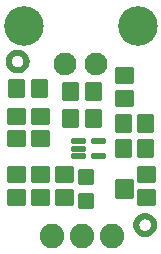
<source format=gbr>
G04 EAGLE Gerber RS-274X export*
G75*
%MOMM*%
%FSLAX34Y34*%
%LPD*%
%INSoldermask Top*%
%IPPOS*%
%AMOC8*
5,1,8,0,0,1.08239X$1,22.5*%
G01*
%ADD10C,0.356703*%
%ADD11C,0.363100*%
%ADD12C,1.930400*%
%ADD13C,0.363525*%
%ADD14C,0.351622*%
%ADD15C,0.500000*%
%ADD16C,3.352400*%
%ADD17C,2.082800*%


D10*
X62971Y94671D02*
X62971Y96129D01*
X72429Y96129D01*
X72429Y94671D01*
X62971Y94671D01*
X62971Y89629D02*
X62971Y88171D01*
X62971Y89629D02*
X72429Y89629D01*
X72429Y88171D01*
X62971Y88171D01*
X62971Y83129D02*
X62971Y81671D01*
X62971Y83129D02*
X72429Y83129D01*
X72429Y81671D01*
X62971Y81671D01*
X79971Y81671D02*
X79971Y83129D01*
X89429Y83129D01*
X89429Y81671D01*
X79971Y81671D01*
X79971Y94671D02*
X79971Y96129D01*
X89429Y96129D01*
X89429Y94671D01*
X79971Y94671D01*
D11*
X42007Y53097D02*
X42007Y42203D01*
X29113Y42203D01*
X29113Y53097D01*
X42007Y53097D01*
X42007Y45652D02*
X29113Y45652D01*
X29113Y49101D02*
X42007Y49101D01*
X42007Y52550D02*
X29113Y52550D01*
X42007Y61203D02*
X42007Y72097D01*
X42007Y61203D02*
X29113Y61203D01*
X29113Y72097D01*
X42007Y72097D01*
X42007Y64652D02*
X29113Y64652D01*
X29113Y68101D02*
X42007Y68101D01*
X42007Y71550D02*
X29113Y71550D01*
X8793Y72097D02*
X8793Y61203D01*
X8793Y72097D02*
X21687Y72097D01*
X21687Y61203D01*
X8793Y61203D01*
X8793Y64652D02*
X21687Y64652D01*
X21687Y68101D02*
X8793Y68101D01*
X8793Y71550D02*
X21687Y71550D01*
X8793Y53097D02*
X8793Y42203D01*
X8793Y53097D02*
X21687Y53097D01*
X21687Y42203D01*
X8793Y42203D01*
X8793Y45652D02*
X21687Y45652D01*
X21687Y49101D02*
X8793Y49101D01*
X8793Y52550D02*
X21687Y52550D01*
D12*
X56850Y160970D03*
X82850Y160970D03*
D11*
X67067Y130713D02*
X56173Y130713D01*
X56173Y143607D01*
X67067Y143607D01*
X67067Y130713D01*
X67067Y134162D02*
X56173Y134162D01*
X56173Y137611D02*
X67067Y137611D01*
X67067Y141060D02*
X56173Y141060D01*
X75173Y130713D02*
X86067Y130713D01*
X75173Y130713D02*
X75173Y143607D01*
X86067Y143607D01*
X86067Y130713D01*
X86067Y134162D02*
X75173Y134162D01*
X75173Y137611D02*
X86067Y137611D01*
X86067Y141060D02*
X75173Y141060D01*
X100233Y145023D02*
X100233Y155917D01*
X113127Y155917D01*
X113127Y145023D01*
X100233Y145023D01*
X100233Y148472D02*
X113127Y148472D01*
X113127Y151921D02*
X100233Y151921D01*
X100233Y155370D02*
X113127Y155370D01*
X100233Y136917D02*
X100233Y126023D01*
X100233Y136917D02*
X113127Y136917D01*
X113127Y126023D01*
X100233Y126023D01*
X100233Y129472D02*
X113127Y129472D01*
X113127Y132921D02*
X100233Y132921D01*
X100233Y136370D02*
X113127Y136370D01*
X86067Y120747D02*
X75173Y120747D01*
X86067Y120747D02*
X86067Y107853D01*
X75173Y107853D01*
X75173Y120747D01*
X75173Y111302D02*
X86067Y111302D01*
X86067Y114751D02*
X75173Y114751D01*
X75173Y118200D02*
X86067Y118200D01*
X67067Y120747D02*
X56173Y120747D01*
X67067Y120747D02*
X67067Y107853D01*
X56173Y107853D01*
X56173Y120747D01*
X56173Y111302D02*
X67067Y111302D01*
X67067Y114751D02*
X56173Y114751D01*
X56173Y118200D02*
X67067Y118200D01*
X40347Y146147D02*
X29453Y146147D01*
X40347Y146147D02*
X40347Y133253D01*
X29453Y133253D01*
X29453Y146147D01*
X29453Y136702D02*
X40347Y136702D01*
X40347Y140151D02*
X29453Y140151D01*
X29453Y143600D02*
X40347Y143600D01*
X21347Y146147D02*
X10453Y146147D01*
X21347Y146147D02*
X21347Y133253D01*
X10453Y133253D01*
X10453Y146147D01*
X10453Y136702D02*
X21347Y136702D01*
X21347Y140151D02*
X10453Y140151D01*
X10453Y143600D02*
X21347Y143600D01*
X119623Y95347D02*
X130517Y95347D01*
X130517Y82453D01*
X119623Y82453D01*
X119623Y95347D01*
X119623Y85902D02*
X130517Y85902D01*
X130517Y89351D02*
X119623Y89351D01*
X119623Y92800D02*
X130517Y92800D01*
X111517Y95347D02*
X100623Y95347D01*
X111517Y95347D02*
X111517Y82453D01*
X100623Y82453D01*
X100623Y95347D01*
X100623Y85902D02*
X111517Y85902D01*
X111517Y89351D02*
X100623Y89351D01*
X100623Y92800D02*
X111517Y92800D01*
X42007Y91733D02*
X42007Y102627D01*
X42007Y91733D02*
X29113Y91733D01*
X29113Y102627D01*
X42007Y102627D01*
X42007Y95182D02*
X29113Y95182D01*
X29113Y98631D02*
X42007Y98631D01*
X42007Y102080D02*
X29113Y102080D01*
X42007Y110733D02*
X42007Y121627D01*
X42007Y110733D02*
X29113Y110733D01*
X29113Y121627D01*
X42007Y121627D01*
X42007Y114182D02*
X29113Y114182D01*
X29113Y117631D02*
X42007Y117631D01*
X42007Y121080D02*
X29113Y121080D01*
X8793Y121627D02*
X8793Y110733D01*
X8793Y121627D02*
X21687Y121627D01*
X21687Y110733D01*
X8793Y110733D01*
X8793Y114182D02*
X21687Y114182D01*
X21687Y117631D02*
X8793Y117631D01*
X8793Y121080D02*
X21687Y121080D01*
X8793Y102627D02*
X8793Y91733D01*
X8793Y102627D02*
X21687Y102627D01*
X21687Y91733D01*
X8793Y91733D01*
X8793Y95182D02*
X21687Y95182D01*
X21687Y98631D02*
X8793Y98631D01*
X8793Y102080D02*
X21687Y102080D01*
X132177Y53097D02*
X132177Y42203D01*
X119283Y42203D01*
X119283Y53097D01*
X132177Y53097D01*
X132177Y45652D02*
X119283Y45652D01*
X119283Y49101D02*
X132177Y49101D01*
X132177Y52550D02*
X119283Y52550D01*
X132177Y61203D02*
X132177Y72097D01*
X132177Y61203D02*
X119283Y61203D01*
X119283Y72097D01*
X132177Y72097D01*
X132177Y64652D02*
X119283Y64652D01*
X119283Y68101D02*
X132177Y68101D01*
X132177Y71550D02*
X119283Y71550D01*
D13*
X100765Y61555D02*
X100765Y47665D01*
X100765Y61555D02*
X113655Y61555D01*
X113655Y47665D01*
X100765Y47665D01*
X100765Y51118D02*
X113655Y51118D01*
X113655Y54571D02*
X100765Y54571D01*
X100765Y58024D02*
X113655Y58024D01*
X113655Y61477D02*
X100765Y61477D01*
D14*
X69706Y59606D02*
X69706Y69614D01*
X79714Y69614D01*
X79714Y59606D01*
X69706Y59606D01*
X69706Y62946D02*
X79714Y62946D01*
X79714Y66286D02*
X69706Y66286D01*
X69706Y49614D02*
X69706Y39606D01*
X69706Y49614D02*
X79714Y49614D01*
X79714Y39606D01*
X69706Y39606D01*
X69706Y42946D02*
X79714Y42946D01*
X79714Y46286D02*
X69706Y46286D01*
D11*
X49433Y61203D02*
X49433Y72097D01*
X62327Y72097D01*
X62327Y61203D01*
X49433Y61203D01*
X49433Y64652D02*
X62327Y64652D01*
X62327Y68101D02*
X49433Y68101D01*
X49433Y71550D02*
X62327Y71550D01*
X49433Y53097D02*
X49433Y42203D01*
X49433Y53097D02*
X62327Y53097D01*
X62327Y42203D01*
X49433Y42203D01*
X49433Y45652D02*
X62327Y45652D01*
X62327Y49101D02*
X49433Y49101D01*
X49433Y52550D02*
X62327Y52550D01*
X119623Y116937D02*
X130517Y116937D01*
X130517Y104043D01*
X119623Y104043D01*
X119623Y116937D01*
X119623Y107492D02*
X130517Y107492D01*
X130517Y110941D02*
X119623Y110941D01*
X119623Y114390D02*
X130517Y114390D01*
X111517Y116937D02*
X100623Y116937D01*
X111517Y116937D02*
X111517Y104043D01*
X100623Y104043D01*
X100623Y116937D01*
X100623Y107492D02*
X111517Y107492D01*
X111517Y110941D02*
X100623Y110941D01*
X100623Y114390D02*
X111517Y114390D01*
D15*
X124460Y31630D02*
X124279Y31628D01*
X124098Y31621D01*
X123917Y31610D01*
X123736Y31595D01*
X123556Y31575D01*
X123376Y31551D01*
X123197Y31523D01*
X123019Y31490D01*
X122842Y31453D01*
X122665Y31412D01*
X122490Y31367D01*
X122315Y31317D01*
X122142Y31263D01*
X121971Y31205D01*
X121800Y31143D01*
X121632Y31076D01*
X121465Y31006D01*
X121299Y30932D01*
X121136Y30853D01*
X120975Y30771D01*
X120815Y30685D01*
X120658Y30595D01*
X120503Y30501D01*
X120350Y30404D01*
X120200Y30302D01*
X120052Y30198D01*
X119906Y30089D01*
X119764Y29978D01*
X119624Y29862D01*
X119487Y29744D01*
X119352Y29622D01*
X119221Y29497D01*
X119093Y29369D01*
X118968Y29238D01*
X118846Y29103D01*
X118728Y28966D01*
X118612Y28826D01*
X118501Y28684D01*
X118392Y28538D01*
X118288Y28390D01*
X118186Y28240D01*
X118089Y28087D01*
X117995Y27932D01*
X117905Y27775D01*
X117819Y27615D01*
X117737Y27454D01*
X117658Y27291D01*
X117584Y27125D01*
X117514Y26958D01*
X117447Y26790D01*
X117385Y26619D01*
X117327Y26448D01*
X117273Y26275D01*
X117223Y26100D01*
X117178Y25925D01*
X117137Y25748D01*
X117100Y25571D01*
X117067Y25393D01*
X117039Y25214D01*
X117015Y25034D01*
X116995Y24854D01*
X116980Y24673D01*
X116969Y24492D01*
X116962Y24311D01*
X116960Y24130D01*
X124460Y31630D02*
X124641Y31628D01*
X124822Y31621D01*
X125003Y31610D01*
X125184Y31595D01*
X125364Y31575D01*
X125544Y31551D01*
X125723Y31523D01*
X125901Y31490D01*
X126078Y31453D01*
X126255Y31412D01*
X126430Y31367D01*
X126605Y31317D01*
X126778Y31263D01*
X126949Y31205D01*
X127120Y31143D01*
X127288Y31076D01*
X127455Y31006D01*
X127621Y30932D01*
X127784Y30853D01*
X127945Y30771D01*
X128105Y30685D01*
X128262Y30595D01*
X128417Y30501D01*
X128570Y30404D01*
X128720Y30302D01*
X128868Y30198D01*
X129014Y30089D01*
X129156Y29978D01*
X129296Y29862D01*
X129433Y29744D01*
X129568Y29622D01*
X129699Y29497D01*
X129827Y29369D01*
X129952Y29238D01*
X130074Y29103D01*
X130192Y28966D01*
X130308Y28826D01*
X130419Y28684D01*
X130528Y28538D01*
X130632Y28390D01*
X130734Y28240D01*
X130831Y28087D01*
X130925Y27932D01*
X131015Y27775D01*
X131101Y27615D01*
X131183Y27454D01*
X131262Y27291D01*
X131336Y27125D01*
X131406Y26958D01*
X131473Y26790D01*
X131535Y26619D01*
X131593Y26448D01*
X131647Y26275D01*
X131697Y26100D01*
X131742Y25925D01*
X131783Y25748D01*
X131820Y25571D01*
X131853Y25393D01*
X131881Y25214D01*
X131905Y25034D01*
X131925Y24854D01*
X131940Y24673D01*
X131951Y24492D01*
X131958Y24311D01*
X131960Y24130D01*
X131958Y23949D01*
X131951Y23768D01*
X131940Y23587D01*
X131925Y23406D01*
X131905Y23226D01*
X131881Y23046D01*
X131853Y22867D01*
X131820Y22689D01*
X131783Y22512D01*
X131742Y22335D01*
X131697Y22160D01*
X131647Y21985D01*
X131593Y21812D01*
X131535Y21641D01*
X131473Y21470D01*
X131406Y21302D01*
X131336Y21135D01*
X131262Y20969D01*
X131183Y20806D01*
X131101Y20645D01*
X131015Y20485D01*
X130925Y20328D01*
X130831Y20173D01*
X130734Y20020D01*
X130632Y19870D01*
X130528Y19722D01*
X130419Y19576D01*
X130308Y19434D01*
X130192Y19294D01*
X130074Y19157D01*
X129952Y19022D01*
X129827Y18891D01*
X129699Y18763D01*
X129568Y18638D01*
X129433Y18516D01*
X129296Y18398D01*
X129156Y18282D01*
X129014Y18171D01*
X128868Y18062D01*
X128720Y17958D01*
X128570Y17856D01*
X128417Y17759D01*
X128262Y17665D01*
X128105Y17575D01*
X127945Y17489D01*
X127784Y17407D01*
X127621Y17328D01*
X127455Y17254D01*
X127288Y17184D01*
X127120Y17117D01*
X126949Y17055D01*
X126778Y16997D01*
X126605Y16943D01*
X126430Y16893D01*
X126255Y16848D01*
X126078Y16807D01*
X125901Y16770D01*
X125723Y16737D01*
X125544Y16709D01*
X125364Y16685D01*
X125184Y16665D01*
X125003Y16650D01*
X124822Y16639D01*
X124641Y16632D01*
X124460Y16630D01*
X124279Y16632D01*
X124098Y16639D01*
X123917Y16650D01*
X123736Y16665D01*
X123556Y16685D01*
X123376Y16709D01*
X123197Y16737D01*
X123019Y16770D01*
X122842Y16807D01*
X122665Y16848D01*
X122490Y16893D01*
X122315Y16943D01*
X122142Y16997D01*
X121971Y17055D01*
X121800Y17117D01*
X121632Y17184D01*
X121465Y17254D01*
X121299Y17328D01*
X121136Y17407D01*
X120975Y17489D01*
X120815Y17575D01*
X120658Y17665D01*
X120503Y17759D01*
X120350Y17856D01*
X120200Y17958D01*
X120052Y18062D01*
X119906Y18171D01*
X119764Y18282D01*
X119624Y18398D01*
X119487Y18516D01*
X119352Y18638D01*
X119221Y18763D01*
X119093Y18891D01*
X118968Y19022D01*
X118846Y19157D01*
X118728Y19294D01*
X118612Y19434D01*
X118501Y19576D01*
X118392Y19722D01*
X118288Y19870D01*
X118186Y20020D01*
X118089Y20173D01*
X117995Y20328D01*
X117905Y20485D01*
X117819Y20645D01*
X117737Y20806D01*
X117658Y20969D01*
X117584Y21135D01*
X117514Y21302D01*
X117447Y21470D01*
X117385Y21641D01*
X117327Y21812D01*
X117273Y21985D01*
X117223Y22160D01*
X117178Y22335D01*
X117137Y22512D01*
X117100Y22689D01*
X117067Y22867D01*
X117039Y23046D01*
X117015Y23226D01*
X116995Y23406D01*
X116980Y23587D01*
X116969Y23768D01*
X116962Y23949D01*
X116960Y24130D01*
X9010Y162560D02*
X9012Y162741D01*
X9019Y162922D01*
X9030Y163103D01*
X9045Y163284D01*
X9065Y163464D01*
X9089Y163644D01*
X9117Y163823D01*
X9150Y164001D01*
X9187Y164178D01*
X9228Y164355D01*
X9273Y164530D01*
X9323Y164705D01*
X9377Y164878D01*
X9435Y165049D01*
X9497Y165220D01*
X9564Y165388D01*
X9634Y165555D01*
X9708Y165721D01*
X9787Y165884D01*
X9869Y166045D01*
X9955Y166205D01*
X10045Y166362D01*
X10139Y166517D01*
X10236Y166670D01*
X10338Y166820D01*
X10442Y166968D01*
X10551Y167114D01*
X10662Y167256D01*
X10778Y167396D01*
X10896Y167533D01*
X11018Y167668D01*
X11143Y167799D01*
X11271Y167927D01*
X11402Y168052D01*
X11537Y168174D01*
X11674Y168292D01*
X11814Y168408D01*
X11956Y168519D01*
X12102Y168628D01*
X12250Y168732D01*
X12400Y168834D01*
X12553Y168931D01*
X12708Y169025D01*
X12865Y169115D01*
X13025Y169201D01*
X13186Y169283D01*
X13349Y169362D01*
X13515Y169436D01*
X13682Y169506D01*
X13850Y169573D01*
X14021Y169635D01*
X14192Y169693D01*
X14365Y169747D01*
X14540Y169797D01*
X14715Y169842D01*
X14892Y169883D01*
X15069Y169920D01*
X15247Y169953D01*
X15426Y169981D01*
X15606Y170005D01*
X15786Y170025D01*
X15967Y170040D01*
X16148Y170051D01*
X16329Y170058D01*
X16510Y170060D01*
X16691Y170058D01*
X16872Y170051D01*
X17053Y170040D01*
X17234Y170025D01*
X17414Y170005D01*
X17594Y169981D01*
X17773Y169953D01*
X17951Y169920D01*
X18128Y169883D01*
X18305Y169842D01*
X18480Y169797D01*
X18655Y169747D01*
X18828Y169693D01*
X18999Y169635D01*
X19170Y169573D01*
X19338Y169506D01*
X19505Y169436D01*
X19671Y169362D01*
X19834Y169283D01*
X19995Y169201D01*
X20155Y169115D01*
X20312Y169025D01*
X20467Y168931D01*
X20620Y168834D01*
X20770Y168732D01*
X20918Y168628D01*
X21064Y168519D01*
X21206Y168408D01*
X21346Y168292D01*
X21483Y168174D01*
X21618Y168052D01*
X21749Y167927D01*
X21877Y167799D01*
X22002Y167668D01*
X22124Y167533D01*
X22242Y167396D01*
X22358Y167256D01*
X22469Y167114D01*
X22578Y166968D01*
X22682Y166820D01*
X22784Y166670D01*
X22881Y166517D01*
X22975Y166362D01*
X23065Y166205D01*
X23151Y166045D01*
X23233Y165884D01*
X23312Y165721D01*
X23386Y165555D01*
X23456Y165388D01*
X23523Y165220D01*
X23585Y165049D01*
X23643Y164878D01*
X23697Y164705D01*
X23747Y164530D01*
X23792Y164355D01*
X23833Y164178D01*
X23870Y164001D01*
X23903Y163823D01*
X23931Y163644D01*
X23955Y163464D01*
X23975Y163284D01*
X23990Y163103D01*
X24001Y162922D01*
X24008Y162741D01*
X24010Y162560D01*
X24008Y162379D01*
X24001Y162198D01*
X23990Y162017D01*
X23975Y161836D01*
X23955Y161656D01*
X23931Y161476D01*
X23903Y161297D01*
X23870Y161119D01*
X23833Y160942D01*
X23792Y160765D01*
X23747Y160590D01*
X23697Y160415D01*
X23643Y160242D01*
X23585Y160071D01*
X23523Y159900D01*
X23456Y159732D01*
X23386Y159565D01*
X23312Y159399D01*
X23233Y159236D01*
X23151Y159075D01*
X23065Y158915D01*
X22975Y158758D01*
X22881Y158603D01*
X22784Y158450D01*
X22682Y158300D01*
X22578Y158152D01*
X22469Y158006D01*
X22358Y157864D01*
X22242Y157724D01*
X22124Y157587D01*
X22002Y157452D01*
X21877Y157321D01*
X21749Y157193D01*
X21618Y157068D01*
X21483Y156946D01*
X21346Y156828D01*
X21206Y156712D01*
X21064Y156601D01*
X20918Y156492D01*
X20770Y156388D01*
X20620Y156286D01*
X20467Y156189D01*
X20312Y156095D01*
X20155Y156005D01*
X19995Y155919D01*
X19834Y155837D01*
X19671Y155758D01*
X19505Y155684D01*
X19338Y155614D01*
X19170Y155547D01*
X18999Y155485D01*
X18828Y155427D01*
X18655Y155373D01*
X18480Y155323D01*
X18305Y155278D01*
X18128Y155237D01*
X17951Y155200D01*
X17773Y155167D01*
X17594Y155139D01*
X17414Y155115D01*
X17234Y155095D01*
X17053Y155080D01*
X16872Y155069D01*
X16691Y155062D01*
X16510Y155060D01*
X16329Y155062D01*
X16148Y155069D01*
X15967Y155080D01*
X15786Y155095D01*
X15606Y155115D01*
X15426Y155139D01*
X15247Y155167D01*
X15069Y155200D01*
X14892Y155237D01*
X14715Y155278D01*
X14540Y155323D01*
X14365Y155373D01*
X14192Y155427D01*
X14021Y155485D01*
X13850Y155547D01*
X13682Y155614D01*
X13515Y155684D01*
X13349Y155758D01*
X13186Y155837D01*
X13025Y155919D01*
X12865Y156005D01*
X12708Y156095D01*
X12553Y156189D01*
X12400Y156286D01*
X12250Y156388D01*
X12102Y156492D01*
X11956Y156601D01*
X11814Y156712D01*
X11674Y156828D01*
X11537Y156946D01*
X11402Y157068D01*
X11271Y157193D01*
X11143Y157321D01*
X11018Y157452D01*
X10896Y157587D01*
X10778Y157724D01*
X10662Y157864D01*
X10551Y158006D01*
X10442Y158152D01*
X10338Y158300D01*
X10236Y158450D01*
X10139Y158603D01*
X10045Y158758D01*
X9955Y158915D01*
X9869Y159075D01*
X9787Y159236D01*
X9708Y159399D01*
X9634Y159565D01*
X9564Y159732D01*
X9497Y159900D01*
X9435Y160071D01*
X9377Y160242D01*
X9323Y160415D01*
X9273Y160590D01*
X9228Y160765D01*
X9187Y160942D01*
X9150Y161119D01*
X9117Y161297D01*
X9089Y161476D01*
X9065Y161656D01*
X9045Y161836D01*
X9030Y162017D01*
X9019Y162198D01*
X9012Y162379D01*
X9010Y162560D01*
D16*
X21590Y193040D03*
X118110Y193040D03*
D17*
X45720Y15240D03*
X71120Y15240D03*
X96520Y15240D03*
M02*

</source>
